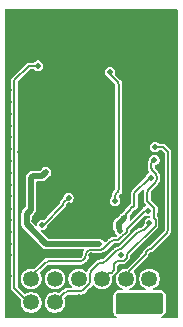
<source format=gbr>
%TF.GenerationSoftware,KiCad,Pcbnew,9.0.4-9.0.4-0~ubuntu22.04.1*%
%TF.CreationDate,2025-08-28T19:05:07+08:00*%
%TF.ProjectId,LoRa-TW,4c6f5261-2d54-4572-9e6b-696361645f70,0.1*%
%TF.SameCoordinates,Original*%
%TF.FileFunction,Copper,L3,Inr*%
%TF.FilePolarity,Positive*%
%FSLAX46Y46*%
G04 Gerber Fmt 4.6, Leading zero omitted, Abs format (unit mm)*
G04 Created by KiCad (PCBNEW 9.0.4-9.0.4-0~ubuntu22.04.1) date 2025-08-28 19:05:07*
%MOMM*%
%LPD*%
G01*
G04 APERTURE LIST*
%TA.AperFunction,ComponentPad*%
%ADD10R,1.350000X1.350000*%
%TD*%
%TA.AperFunction,ComponentPad*%
%ADD11C,1.350000*%
%TD*%
%TA.AperFunction,ViaPad*%
%ADD12C,0.500000*%
%TD*%
%TA.AperFunction,ViaPad*%
%ADD13C,0.480000*%
%TD*%
%TA.AperFunction,Conductor*%
%ADD14C,0.152400*%
%TD*%
%TA.AperFunction,Conductor*%
%ADD15C,0.200000*%
%TD*%
%TA.AperFunction,Conductor*%
%ADD16C,0.263400*%
%TD*%
%TA.AperFunction,Conductor*%
%ADD17C,0.230000*%
%TD*%
%TA.AperFunction,Conductor*%
%ADD18C,0.500000*%
%TD*%
G04 APERTURE END LIST*
D10*
%TO.N,VDD*%
%TO.C,J2*%
X159480000Y-112760000D03*
D11*
%TO.N,Net-(J2-Pin_2)*%
X159480000Y-110760000D03*
%TO.N,VDD*%
X157480000Y-112760000D03*
%TO.N,Net-(J2-Pin_4)*%
X157480000Y-110760000D03*
%TO.N,GND*%
X155480000Y-112760000D03*
%TO.N,Net-(J2-Pin_6)*%
X155480000Y-110760000D03*
%TO.N,GND*%
X153480000Y-112760000D03*
%TO.N,Net-(J2-Pin_8)*%
X153480000Y-110760000D03*
%TO.N,Net-(J2-Pin_9)*%
X151480000Y-112760000D03*
%TO.N,Net-(J2-Pin_10)*%
X151480000Y-110760000D03*
%TO.N,/MCU_ANT_{SW}*%
X149480000Y-112760000D03*
%TO.N,Net-(J2-Pin_12)*%
X149480000Y-110760000D03*
%TD*%
D12*
%TO.N,GND*%
X154450000Y-95950000D03*
X161570000Y-96780000D03*
X147570000Y-96780000D03*
X160550000Y-93980000D03*
X152570000Y-88180000D03*
X147570000Y-113830000D03*
X154270000Y-102830000D03*
X157470000Y-94030000D03*
X157270000Y-88170000D03*
X161000000Y-91890000D03*
X152980000Y-92080000D03*
X152580000Y-108780000D03*
X157090251Y-104979765D03*
X153800000Y-105980000D03*
X159325000Y-88320000D03*
X161580000Y-108780000D03*
X158220000Y-88150000D03*
X154160000Y-92560000D03*
X148580000Y-100820000D03*
X160580000Y-97730000D03*
X154640000Y-93430000D03*
X148580000Y-95580000D03*
X147570000Y-98780000D03*
X150520000Y-89940000D03*
X156090000Y-98620000D03*
X160500000Y-101650000D03*
X148670000Y-104570000D03*
X148670000Y-108780000D03*
X149580000Y-89950000D03*
X148760000Y-107320000D03*
X158280000Y-93030000D03*
X154030000Y-104960000D03*
X151570000Y-108780000D03*
X150610000Y-90950000D03*
X150340000Y-100450000D03*
X150010000Y-95700000D03*
X148990000Y-93800000D03*
X156190000Y-94310000D03*
X153340000Y-92750000D03*
X147570000Y-94780000D03*
X155330000Y-102850000D03*
X161570000Y-101840000D03*
X157110000Y-108780000D03*
X160170000Y-88880000D03*
X154070000Y-88740000D03*
X155540000Y-101000000D03*
X149570000Y-89020000D03*
X153380000Y-98470000D03*
X147570000Y-95770000D03*
X158830000Y-106060000D03*
X154782500Y-103290000D03*
X158370000Y-96510000D03*
X149520000Y-99930000D03*
X156310000Y-94980000D03*
X150215000Y-99545000D03*
X147570000Y-108780000D03*
X156150000Y-113830000D03*
X159420000Y-96480000D03*
X154480000Y-112760000D03*
X149972752Y-94475128D03*
X147570000Y-91790000D03*
X148540000Y-89920000D03*
X161580000Y-95770000D03*
X151741887Y-106517996D03*
X148660000Y-102770000D03*
X158380000Y-97760000D03*
X153400000Y-89440000D03*
X149110000Y-109570000D03*
X154782500Y-102270125D03*
X149580000Y-108780000D03*
X149580000Y-90800000D03*
X154480000Y-113830000D03*
X150030000Y-109220000D03*
X147570000Y-93790000D03*
X153180000Y-97410000D03*
X158100000Y-91040000D03*
X151680000Y-107087600D03*
X151460000Y-106000000D03*
X157460000Y-97370000D03*
X154300000Y-89440000D03*
X154040000Y-103560000D03*
X151610000Y-91030000D03*
X158220000Y-105210000D03*
X150485033Y-104040000D03*
X148530000Y-90800000D03*
X159325000Y-91890000D03*
X154040000Y-95060000D03*
X156530000Y-104840000D03*
X157270000Y-89190000D03*
X159325000Y-88880000D03*
X155880000Y-101540000D03*
X149350000Y-100550000D03*
X156610000Y-90680000D03*
X160510000Y-100200000D03*
X154782500Y-101300000D03*
X161570000Y-102790000D03*
X148600000Y-94610000D03*
X153340000Y-94040000D03*
X152520000Y-92560000D03*
X161570000Y-100770000D03*
X147570000Y-103770000D03*
X149570000Y-88180000D03*
X149800000Y-96540000D03*
X150530000Y-89020000D03*
X160162500Y-88320000D03*
X153768683Y-107087600D03*
X149985165Y-105287015D03*
X158120000Y-89100000D03*
X153520000Y-102980000D03*
X161570000Y-106770000D03*
X153740000Y-97060000D03*
X149990000Y-93920000D03*
X153780000Y-102300000D03*
X147570000Y-110520000D03*
X154290000Y-101790000D03*
X159325000Y-91280000D03*
X155400000Y-94230000D03*
X158490000Y-110150000D03*
X160570000Y-108780000D03*
X155580000Y-108780000D03*
X161000000Y-88320000D03*
X160560000Y-95230000D03*
X150450000Y-111710000D03*
X161610000Y-113830000D03*
X147570000Y-92780000D03*
X150450000Y-113780000D03*
X147570000Y-99780000D03*
X147570000Y-106780000D03*
X152550000Y-113790000D03*
X147570000Y-100780000D03*
X160162500Y-91890000D03*
X156510000Y-91350000D03*
X147570000Y-97780000D03*
X154570000Y-88190000D03*
X161610000Y-110520000D03*
X159420000Y-93030000D03*
X155440000Y-93490000D03*
X153780000Y-97850000D03*
X161570000Y-93030000D03*
X155770000Y-103270000D03*
X155430000Y-88190000D03*
X151960000Y-96950000D03*
X159430000Y-97730000D03*
X156080000Y-97940000D03*
X150510436Y-105492721D03*
X152590000Y-89010000D03*
X149570000Y-93250000D03*
X161570000Y-99780000D03*
X147570000Y-105780000D03*
X148530000Y-91800000D03*
X157270000Y-93030000D03*
X158270000Y-91970000D03*
X148560000Y-88180000D03*
X149240000Y-98580000D03*
X150340000Y-102800000D03*
X147570000Y-102780000D03*
X150570000Y-88180000D03*
X152550000Y-89920000D03*
X151570000Y-88180000D03*
X161000000Y-91280000D03*
X153560000Y-88180000D03*
X152653422Y-104543422D03*
X161580000Y-105790000D03*
X148570000Y-99170000D03*
X157460000Y-98110000D03*
X156290000Y-88180000D03*
X148560000Y-100060000D03*
X148680000Y-103610000D03*
X150570000Y-108780000D03*
X147580000Y-89930000D03*
X153510000Y-94770000D03*
X156650000Y-91940000D03*
X155600000Y-95040000D03*
X156370000Y-111780000D03*
X149480000Y-91740000D03*
X154660000Y-90870000D03*
X148470000Y-92740000D03*
X154480000Y-111800000D03*
X156850000Y-92510000D03*
X147570000Y-90780000D03*
X151198231Y-104025341D03*
X148580000Y-98160000D03*
X151540000Y-89940000D03*
X151220000Y-93980000D03*
X147570000Y-112080000D03*
X150990000Y-102700000D03*
X149340000Y-99330000D03*
X155670000Y-95920000D03*
X156330000Y-95900000D03*
X147570000Y-107820000D03*
X159650000Y-108720000D03*
X148580000Y-96430000D03*
X161570000Y-104780000D03*
X147570000Y-101780000D03*
X149960000Y-95100000D03*
X150410557Y-104768432D03*
X152760000Y-96790000D03*
X148590000Y-106670000D03*
X161580000Y-97770000D03*
X157480000Y-95280000D03*
X157270000Y-91020000D03*
X147570000Y-104820000D03*
X152300000Y-96100000D03*
X153410000Y-95570000D03*
X151960000Y-93860000D03*
X160270000Y-98880000D03*
X161570000Y-103770000D03*
X147570000Y-88970000D03*
X159410000Y-95230000D03*
X149480000Y-97410000D03*
X149739000Y-105845538D03*
X161610000Y-112080000D03*
X153560000Y-108780000D03*
X161570000Y-107800000D03*
X148580000Y-97310000D03*
X149180000Y-101370000D03*
X156160000Y-99384413D03*
X158350000Y-94010000D03*
X154020000Y-101220000D03*
X153480000Y-101540000D03*
X155750000Y-102280000D03*
X155300000Y-101790000D03*
X152170000Y-90490000D03*
X160570000Y-96480000D03*
X151550000Y-89020000D03*
X147570000Y-88190000D03*
X156790000Y-89500000D03*
X159400000Y-93980000D03*
X161580000Y-94030000D03*
X160570000Y-93030000D03*
X153950000Y-96430000D03*
X150080000Y-92010000D03*
X150950000Y-109810000D03*
X157270000Y-91930000D03*
X150640000Y-93800000D03*
X153200000Y-96200000D03*
X160162500Y-91280000D03*
X160610000Y-107900000D03*
X158360000Y-95260000D03*
X148530000Y-88990000D03*
X161580000Y-94860000D03*
X155880000Y-97030000D03*
X157490000Y-96530000D03*
X161580000Y-98780000D03*
X154570000Y-108780000D03*
X148680000Y-101950000D03*
X153710000Y-92080000D03*
X161000000Y-88880000D03*
%TO.N,VDD*%
X149580000Y-102060000D03*
X159570000Y-102210000D03*
X158403354Y-112178315D03*
X156890000Y-106000000D03*
X156980000Y-106680000D03*
X158460000Y-112760000D03*
X160390000Y-113500000D03*
X154602433Y-107811400D03*
X155230000Y-107811400D03*
X158460000Y-113410003D03*
X150690000Y-101750000D03*
X156890000Y-113490000D03*
X150200000Y-102060000D03*
X154010000Y-107800000D03*
X157364189Y-105571867D03*
X160400000Y-112220000D03*
%TO.N,/DIO2_ANT_{SW}*%
X156570000Y-104180000D03*
X156130000Y-93240000D03*
D13*
%TO.N,/DIO3_CLK_{EN}*%
X150390000Y-106180000D03*
X152630000Y-103890000D03*
D12*
%TO.N,/MCU_ANT_{SW}*%
X150040000Y-92720000D03*
%TO.N,Net-(J2-Pin_6)*%
X159900000Y-100710000D03*
D13*
%TO.N,Net-(J2-Pin_12)*%
X159313422Y-104986578D03*
%TO.N,Net-(J2-Pin_9)*%
X159480000Y-106040000D03*
D12*
%TO.N,Net-(J2-Pin_4)*%
X159940000Y-99590000D03*
%TD*%
D14*
%TO.N,GND*%
X157395302Y-109565400D02*
X157435324Y-109565400D01*
X157435324Y-109565400D02*
X157895400Y-109105323D01*
X157110000Y-108780000D02*
X157110000Y-108743768D01*
D15*
X158710723Y-106060000D02*
X158710723Y-106099277D01*
D14*
X160706666Y-101856666D02*
X160706666Y-106653334D01*
X159425400Y-107934600D02*
X159324677Y-107934600D01*
X160305800Y-101650000D02*
X160500000Y-101650000D01*
D16*
X155580000Y-108780000D02*
X155640000Y-108780000D01*
D14*
X160415800Y-101863333D02*
X160305800Y-101753334D01*
X156384600Y-110576102D02*
X157395302Y-109565400D01*
X160415800Y-103056666D02*
X160415800Y-101863333D01*
D15*
X158710723Y-106099277D02*
X156830000Y-107980000D01*
D14*
X158830000Y-106060000D02*
X158710723Y-106060000D01*
X160500000Y-101650000D02*
X160738900Y-101888900D01*
X160305800Y-103166667D02*
X160415800Y-103056666D01*
X160305800Y-106366666D02*
X160305800Y-103166667D01*
D16*
X155640000Y-108780000D02*
X156380000Y-108040000D01*
D14*
X158553767Y-108843767D02*
X157542133Y-109855400D01*
X157895400Y-108823300D02*
X160296800Y-106421901D01*
X160296800Y-106421901D02*
X160296800Y-106375667D01*
D15*
X156830000Y-107980000D02*
X156790723Y-107980000D01*
D14*
X160296800Y-106375667D02*
X160305800Y-106366666D01*
X157895400Y-109105323D02*
X157895400Y-108823300D01*
X160305800Y-101753334D02*
X160305800Y-101650000D01*
X156380000Y-107980000D02*
X156790723Y-107980000D01*
X160706666Y-106653334D02*
X159425400Y-107934600D01*
X156370000Y-111780000D02*
X156384600Y-111765400D01*
D17*
X157110000Y-108780000D02*
X157110000Y-108688896D01*
D14*
X157542133Y-109855400D02*
X157105302Y-109855400D01*
X157105302Y-109855400D02*
X156995351Y-109965351D01*
X160500000Y-101650000D02*
X160706666Y-101856666D01*
X158553767Y-108705510D02*
X158553767Y-108843767D01*
X159324677Y-107934600D02*
X158553767Y-108705510D01*
X156384600Y-111765400D02*
X156384600Y-110576102D01*
D18*
%TO.N,VDD*%
X150380000Y-102060000D02*
X150690000Y-101750000D01*
X149440000Y-102200000D02*
X149580000Y-102060000D01*
X149086600Y-105232185D02*
X149430000Y-104888785D01*
X149430000Y-104888785D02*
X149430000Y-104880000D01*
D15*
X157520000Y-105416056D02*
X157520000Y-105240000D01*
D18*
X150745952Y-107800000D02*
X149086600Y-106140648D01*
X157364189Y-105635811D02*
X156880000Y-106120000D01*
X149438785Y-104880000D02*
X149440000Y-104878785D01*
D15*
X158204261Y-104555739D02*
X158204261Y-103505739D01*
D18*
X155230000Y-107811400D02*
X155218600Y-107800000D01*
D15*
X157716600Y-105043400D02*
X157716600Y-105001484D01*
D18*
X155218600Y-107800000D02*
X150745952Y-107800000D01*
X156880000Y-106010000D02*
X156890000Y-106000000D01*
D15*
X158011484Y-104706600D02*
X158053400Y-104706600D01*
D18*
X149086600Y-106140648D02*
X149086600Y-105232185D01*
D15*
X157716600Y-105001484D02*
X158011484Y-104706600D01*
X158053400Y-104706600D02*
X158204261Y-104555739D01*
D14*
X150270000Y-102060000D02*
X150380000Y-102060000D01*
D18*
X157364189Y-105571867D02*
X157364189Y-105635811D01*
D15*
X157364189Y-105571867D02*
X157520000Y-105416056D01*
X158204261Y-103505739D02*
X159500000Y-102210000D01*
D18*
X149430000Y-104880000D02*
X149438785Y-104880000D01*
X156880000Y-106470000D02*
X156880000Y-106010000D01*
X149440000Y-104878785D02*
X149440000Y-102200000D01*
D15*
X157520000Y-105240000D02*
X157716600Y-105043400D01*
X159500000Y-102210000D02*
X159570000Y-102210000D01*
D18*
X150200000Y-102060000D02*
X149580000Y-102060000D01*
D15*
%TO.N,/DIO2_ANT_{SW}*%
X156890000Y-103160000D02*
X156890000Y-94360000D01*
X156570000Y-103780000D02*
X156570000Y-104180000D01*
X156676065Y-103523933D02*
X156783933Y-103416066D01*
X156783933Y-94103933D02*
X156130000Y-93450000D01*
X156130000Y-93320000D02*
X156130000Y-93450000D01*
X156890000Y-103160000D02*
G75*
G02*
X156783927Y-103416060I-362100J0D01*
G01*
X156676065Y-103523933D02*
G75*
G03*
X156569989Y-103780000I256035J-256067D01*
G01*
X156890000Y-94360000D02*
G75*
G03*
X156783926Y-94103939I-362100J0D01*
G01*
D14*
%TO.N,/DIO3_CLK_{EN}*%
X150520000Y-106160000D02*
X150300000Y-106160000D01*
X152155000Y-104365000D02*
X152155000Y-104525000D01*
X152630000Y-103890000D02*
X152155000Y-104365000D01*
X152155000Y-104525000D02*
X150520000Y-106160000D01*
%TO.N,/MCU_ANT_{SW}*%
X149290000Y-92720000D02*
X148050000Y-93960000D01*
X148050000Y-93960000D02*
X148050000Y-111540000D01*
X148050000Y-111540000D02*
X149290000Y-112780000D01*
X150040000Y-92720000D02*
X149290000Y-92720000D01*
X149290000Y-112780000D02*
X149100000Y-112590000D01*
%TO.N,Net-(J2-Pin_6)*%
X159900000Y-104730000D02*
X159305000Y-104135000D01*
X159305000Y-104135000D02*
X159305000Y-103395000D01*
X157308657Y-109259600D02*
X157589600Y-108978657D01*
X156495000Y-110005000D02*
X156495000Y-109505000D01*
X159991000Y-106295235D02*
X159991000Y-105761000D01*
X156495000Y-109505000D02*
X156740400Y-109259600D01*
X159756066Y-101636066D02*
X160003933Y-101883933D01*
X159830000Y-105600000D02*
X159830000Y-105148257D01*
X159991000Y-105761000D02*
X159830000Y-105600000D01*
X159830000Y-105148257D02*
X159900000Y-105078257D01*
X157589600Y-108978657D02*
X157589600Y-108696634D01*
X160110000Y-102140000D02*
X160110000Y-102290000D01*
X157589600Y-108696634D02*
X159991000Y-106295235D01*
X156410000Y-110090000D02*
X156265882Y-110234118D01*
X156265882Y-110234118D02*
X156005882Y-110234118D01*
X156420000Y-110080000D02*
X156495000Y-110005000D01*
X160003933Y-102546065D02*
X159411066Y-103138933D01*
X155560000Y-110440000D02*
X155560000Y-110680000D01*
X159770000Y-100710000D02*
X159900000Y-100710000D01*
X156005882Y-110234118D02*
X155480000Y-110760000D01*
X159900000Y-105078257D02*
X159900000Y-104730000D01*
X156740400Y-109259600D02*
X157308657Y-109259600D01*
X159650000Y-100980000D02*
X159650000Y-101380000D01*
X159756066Y-100723933D02*
X159770000Y-100710000D01*
X159650000Y-100980000D02*
G75*
G02*
X159756073Y-100723940I362100J0D01*
G01*
X160003933Y-102546065D02*
G75*
G03*
X160110008Y-102290000I-256033J256065D01*
G01*
X159756066Y-101636066D02*
G75*
G02*
X159649991Y-101380000I256034J256066D01*
G01*
X160110000Y-102140000D02*
G75*
G03*
X160003926Y-101883939I-362100J0D01*
G01*
X159305000Y-103395000D02*
G75*
G02*
X159411073Y-103138940I362100J0D01*
G01*
%TO.N,Net-(J2-Pin_12)*%
X149480000Y-110544863D02*
X149480000Y-110760000D01*
X157178657Y-107159600D02*
X157160400Y-107159600D01*
X155360000Y-108290000D02*
X154531743Y-108290000D01*
X150638796Y-109386066D02*
X149480000Y-110544863D01*
X157459600Y-106878657D02*
X157178657Y-107159600D01*
X157560000Y-106760000D02*
X157459600Y-106860400D01*
X159143422Y-104986578D02*
X157560000Y-106570000D01*
X157459600Y-106860400D02*
X157459600Y-106878657D01*
X154090400Y-108731343D02*
X154090400Y-108777857D01*
X156831527Y-107488473D02*
X156461527Y-107488473D01*
X153844322Y-109173933D02*
X153984333Y-109033923D01*
X157160400Y-107159600D02*
X156831527Y-107488473D01*
X159313422Y-104986578D02*
X159143422Y-104986578D01*
X150894863Y-109280000D02*
X153588257Y-109280000D01*
X156205460Y-107594538D02*
X155616066Y-108183933D01*
X154196465Y-108475276D02*
X154275676Y-108396066D01*
X157560000Y-106570000D02*
X157560000Y-106760000D01*
X156205460Y-107594538D02*
G75*
G02*
X156461527Y-107488489I256040J-256062D01*
G01*
X153844322Y-109173933D02*
G75*
G02*
X153588257Y-109279978I-256022J256033D01*
G01*
X154090400Y-108777857D02*
G75*
G02*
X153984348Y-109033938I-362100J-43D01*
G01*
X155360000Y-108290000D02*
G75*
G03*
X155616060Y-108183927I0J362100D01*
G01*
X150894863Y-109280000D02*
G75*
G03*
X150638822Y-109386092I37J-362100D01*
G01*
X154275676Y-108396066D02*
G75*
G02*
X154531743Y-108290020I256024J-256034D01*
G01*
X154090400Y-108731343D02*
G75*
G02*
X154196451Y-108475262I362100J43D01*
G01*
%TO.N,Net-(J2-Pin_9)*%
X155370000Y-109380000D02*
X155508257Y-109380000D01*
X154480000Y-110956615D02*
X154480000Y-110270000D01*
X154586065Y-110013933D02*
X155113933Y-109486066D01*
X158720000Y-106730000D02*
X158727978Y-106730000D01*
X157096465Y-108203533D02*
X158463933Y-106836066D01*
X153884880Y-111701733D02*
X154373933Y-111212681D01*
X158984044Y-106623933D02*
X159511400Y-106096578D01*
X152582200Y-111807800D02*
X153628815Y-111807800D01*
X155764322Y-109273933D02*
X156622591Y-108415665D01*
X152326133Y-111913866D02*
X151480000Y-112760000D01*
X158984044Y-106623933D02*
G75*
G02*
X158727977Y-106729993I-256044J256033D01*
G01*
X158720000Y-106730000D02*
G75*
G03*
X158463940Y-106836073I0J-362100D01*
G01*
X155764322Y-109273933D02*
G75*
G02*
X155508257Y-109379978I-256022J256033D01*
G01*
X155370000Y-109380000D02*
G75*
G03*
X155113940Y-109486073I0J-362100D01*
G01*
X157096465Y-108203533D02*
G75*
G02*
X156840399Y-108309608I-256065J256033D01*
G01*
X152582200Y-111807800D02*
G75*
G03*
X152326140Y-111913873I0J-362100D01*
G01*
X154586065Y-110013933D02*
G75*
G03*
X154479989Y-110270000I256035J-256067D01*
G01*
X153884880Y-111701733D02*
G75*
G02*
X153628815Y-111807819I-256080J256033D01*
G01*
X156878658Y-108309600D02*
G75*
G03*
X156622620Y-108415694I42J-362100D01*
G01*
X154480000Y-110956615D02*
G75*
G02*
X154373919Y-111212667I-362100J15D01*
G01*
%TO.N,Net-(J2-Pin_4)*%
X161050000Y-106630000D02*
X161050000Y-100040000D01*
X159451343Y-108240400D02*
X159170400Y-108521343D01*
X160600000Y-99590000D02*
X159940000Y-99590000D01*
X159170400Y-108521343D02*
X159170400Y-108659600D01*
X159170400Y-108659600D02*
X157750000Y-110080000D01*
X157750000Y-110490000D02*
X157480000Y-110760000D01*
X161050000Y-100040000D02*
X160600000Y-99590000D01*
X159589600Y-108240400D02*
X159451343Y-108240400D01*
X157750000Y-110080000D02*
X157750000Y-110490000D01*
X160943933Y-106886066D02*
X159589600Y-108240400D01*
X161050000Y-106630000D02*
G75*
G02*
X160943927Y-106886060I-362100J0D01*
G01*
%TD*%
%TA.AperFunction,Conductor*%
%TO.N,GND*%
G36*
X161842638Y-87918093D02*
G01*
X161868358Y-87962642D01*
X161869500Y-87975700D01*
X161869500Y-114024300D01*
X161851907Y-114072638D01*
X161807358Y-114098358D01*
X161794300Y-114099500D01*
X160552956Y-114099500D01*
X160504618Y-114081907D01*
X160478898Y-114037358D01*
X160487831Y-113986700D01*
X160524620Y-113955474D01*
X160524434Y-113955100D01*
X160525953Y-113954343D01*
X160526442Y-113953929D01*
X160527852Y-113953397D01*
X160527860Y-113953395D01*
X160573908Y-113930468D01*
X160631303Y-113888047D01*
X160638894Y-113880055D01*
X160655816Y-113866722D01*
X160666613Y-113860489D01*
X160750489Y-113776613D01*
X160766672Y-113748582D01*
X160777292Y-113734375D01*
X160778307Y-113733307D01*
X160782582Y-113728666D01*
X160785669Y-113725210D01*
X160825515Y-113658595D01*
X160843108Y-113610257D01*
X160855500Y-113539974D01*
X160855500Y-112129822D01*
X160855417Y-112123969D01*
X160855295Y-112119687D01*
X160838669Y-112044372D01*
X160818351Y-111997114D01*
X160779205Y-111937439D01*
X160661913Y-111812817D01*
X160661901Y-111812804D01*
X160653407Y-111804295D01*
X160653406Y-111804294D01*
X160653391Y-111804279D01*
X160646969Y-111798212D01*
X160576129Y-111754485D01*
X160576128Y-111754484D01*
X160576124Y-111754482D01*
X160527793Y-111736892D01*
X160457508Y-111724500D01*
X159817340Y-111724500D01*
X159769002Y-111706907D01*
X159743282Y-111662358D01*
X159752215Y-111611700D01*
X159788562Y-111579824D01*
X159806683Y-111572317D01*
X159894705Y-111535858D01*
X160038099Y-111440045D01*
X160160045Y-111318099D01*
X160255858Y-111174705D01*
X160321855Y-111015374D01*
X160355500Y-110846229D01*
X160355500Y-110673771D01*
X160321855Y-110504626D01*
X160255858Y-110345295D01*
X160160045Y-110201901D01*
X160160042Y-110201898D01*
X160160040Y-110201895D01*
X160038104Y-110079959D01*
X160038101Y-110079957D01*
X160038100Y-110079956D01*
X160038099Y-110079955D01*
X159894705Y-109984142D01*
X159894703Y-109984141D01*
X159735377Y-109918146D01*
X159735376Y-109918145D01*
X159566230Y-109884500D01*
X159566229Y-109884500D01*
X159393771Y-109884500D01*
X159393770Y-109884500D01*
X159224623Y-109918145D01*
X159224622Y-109918146D01*
X159065296Y-109984141D01*
X158921898Y-110079957D01*
X158921895Y-110079959D01*
X158799959Y-110201895D01*
X158799957Y-110201898D01*
X158704141Y-110345296D01*
X158638146Y-110504622D01*
X158638145Y-110504623D01*
X158604500Y-110673770D01*
X158604500Y-110846229D01*
X158638145Y-111015376D01*
X158638146Y-111015377D01*
X158704142Y-111174705D01*
X158799955Y-111318099D01*
X158799957Y-111318101D01*
X158799959Y-111318104D01*
X158921895Y-111440040D01*
X158921898Y-111440042D01*
X158921901Y-111440045D01*
X159065295Y-111535858D01*
X159140480Y-111567000D01*
X159171438Y-111579824D01*
X159209363Y-111614577D01*
X159216077Y-111665576D01*
X159188439Y-111708960D01*
X159142660Y-111724500D01*
X157817340Y-111724500D01*
X157769002Y-111706907D01*
X157743282Y-111662358D01*
X157752215Y-111611700D01*
X157788562Y-111579824D01*
X157806683Y-111572317D01*
X157894705Y-111535858D01*
X158038099Y-111440045D01*
X158160045Y-111318099D01*
X158255858Y-111174705D01*
X158321855Y-111015374D01*
X158355500Y-110846229D01*
X158355500Y-110673771D01*
X158321855Y-110504626D01*
X158255858Y-110345295D01*
X158160045Y-110201901D01*
X158160042Y-110201898D01*
X158160040Y-110201895D01*
X158142902Y-110184757D01*
X158121162Y-110138137D01*
X158134476Y-110088450D01*
X158142896Y-110078415D01*
X159391815Y-108829498D01*
X159428244Y-108766403D01*
X159447100Y-108696028D01*
X159447100Y-108667104D01*
X159452715Y-108651676D01*
X159454146Y-108635323D01*
X159463560Y-108621878D01*
X159464693Y-108618766D01*
X159469126Y-108613930D01*
X159543930Y-108539126D01*
X159590550Y-108517386D01*
X159597104Y-108517100D01*
X159626027Y-108517100D01*
X159626028Y-108517100D01*
X159696403Y-108498244D01*
X159759498Y-108461815D01*
X161165348Y-107055964D01*
X161168918Y-107052394D01*
X161168980Y-107052321D01*
X161184065Y-107037239D01*
X161253985Y-106932608D01*
X161302147Y-106816346D01*
X161326700Y-106692921D01*
X161326700Y-106630000D01*
X161326700Y-106581210D01*
X161326700Y-100003572D01*
X161307844Y-99933197D01*
X161271415Y-99870102D01*
X160769898Y-99368585D01*
X160706803Y-99332156D01*
X160706800Y-99332155D01*
X160706801Y-99332155D01*
X160662183Y-99320200D01*
X160636428Y-99313300D01*
X160636427Y-99313300D01*
X160331550Y-99313300D01*
X160283212Y-99295707D01*
X160278386Y-99291284D01*
X160216613Y-99229511D01*
X160216612Y-99229510D01*
X160216611Y-99229509D01*
X160113886Y-99170201D01*
X159999309Y-99139500D01*
X159880691Y-99139500D01*
X159766114Y-99170201D01*
X159766112Y-99170201D01*
X159663386Y-99229510D01*
X159579510Y-99313386D01*
X159520201Y-99416112D01*
X159520201Y-99416114D01*
X159489500Y-99530691D01*
X159489500Y-99649309D01*
X159520201Y-99763885D01*
X159520201Y-99763887D01*
X159579510Y-99866613D01*
X159663386Y-99950489D01*
X159722696Y-99984731D01*
X159766114Y-100009799D01*
X159880691Y-100040500D01*
X159880694Y-100040500D01*
X159999306Y-100040500D01*
X159999309Y-100040500D01*
X160113886Y-100009799D01*
X160216613Y-99950489D01*
X160278376Y-99888725D01*
X160293254Y-99881787D01*
X160305830Y-99871235D01*
X160321995Y-99868384D01*
X160324995Y-99866986D01*
X160331550Y-99866700D01*
X160454239Y-99866700D01*
X160502577Y-99884293D01*
X160507413Y-99888726D01*
X160751274Y-100132587D01*
X160773014Y-100179207D01*
X160773300Y-100185761D01*
X160773300Y-106625069D01*
X160772656Y-106634890D01*
X160771681Y-106642292D01*
X160766598Y-106661255D01*
X160765643Y-106663560D01*
X160755825Y-106680562D01*
X160751246Y-106686528D01*
X160744763Y-106693919D01*
X160709923Y-106728755D01*
X160709886Y-106728798D01*
X159497013Y-107941674D01*
X159450393Y-107963414D01*
X159443839Y-107963700D01*
X159414915Y-107963700D01*
X159396060Y-107968752D01*
X159344542Y-107982555D01*
X159344533Y-107982559D01*
X159291269Y-108013311D01*
X159291270Y-108013312D01*
X159281444Y-108018985D01*
X158948986Y-108351443D01*
X158912556Y-108414540D01*
X158902846Y-108450781D01*
X158893700Y-108484916D01*
X158893700Y-108513839D01*
X158876107Y-108562177D01*
X158871674Y-108567013D01*
X157576213Y-109862474D01*
X157529593Y-109884214D01*
X157523039Y-109884500D01*
X157393770Y-109884500D01*
X157224623Y-109918145D01*
X157224622Y-109918146D01*
X157065296Y-109984141D01*
X156921899Y-110079956D01*
X156899731Y-110102124D01*
X156853111Y-110123862D01*
X156803424Y-110110547D01*
X156773920Y-110068410D01*
X156772479Y-110046357D01*
X156771700Y-110046357D01*
X156771700Y-109650761D01*
X156777315Y-109635333D01*
X156778746Y-109618980D01*
X156788160Y-109605535D01*
X156789293Y-109602423D01*
X156793726Y-109597587D01*
X156832987Y-109558326D01*
X156879607Y-109536586D01*
X156886161Y-109536300D01*
X157345084Y-109536300D01*
X157345085Y-109536300D01*
X157415460Y-109517444D01*
X157478555Y-109481015D01*
X157811015Y-109148555D01*
X157837147Y-109103293D01*
X157847444Y-109085459D01*
X157866300Y-109015085D01*
X157866300Y-108842395D01*
X157883893Y-108794057D01*
X157888326Y-108789221D01*
X159032386Y-107645161D01*
X160212415Y-106465133D01*
X160248844Y-106402038D01*
X160267700Y-106331663D01*
X160267700Y-106258807D01*
X160267700Y-105724572D01*
X160248844Y-105654198D01*
X160212415Y-105591102D01*
X160160898Y-105539585D01*
X160128726Y-105507413D01*
X160106986Y-105460793D01*
X160106700Y-105454239D01*
X160106700Y-105292858D01*
X160120185Y-105253136D01*
X160118950Y-105252423D01*
X160121412Y-105248157D01*
X160121415Y-105248155D01*
X160157844Y-105185060D01*
X160176700Y-105114685D01*
X160176700Y-105041829D01*
X160176700Y-104693572D01*
X160170847Y-104671727D01*
X160157844Y-104623197D01*
X160121415Y-104560102D01*
X159603726Y-104042413D01*
X159581986Y-103995793D01*
X159581700Y-103989239D01*
X159581700Y-103399930D01*
X159582343Y-103390119D01*
X159583317Y-103382717D01*
X159588401Y-103363744D01*
X159589356Y-103361439D01*
X159599166Y-103344447D01*
X159603781Y-103338434D01*
X159610245Y-103331064D01*
X159620090Y-103321221D01*
X159641211Y-103300104D01*
X159641211Y-103300102D01*
X159647387Y-103293928D01*
X159647401Y-103293909D01*
X160225348Y-102715963D01*
X160225349Y-102715960D01*
X160229166Y-102712144D01*
X160229223Y-102712077D01*
X160244065Y-102697238D01*
X160313985Y-102592607D01*
X160362146Y-102476345D01*
X160386699Y-102352921D01*
X160386699Y-102332496D01*
X160386700Y-102332483D01*
X160386700Y-102171159D01*
X160386710Y-102171131D01*
X160386710Y-102077076D01*
X160376571Y-102026113D01*
X160362156Y-101953650D01*
X160334179Y-101886115D01*
X160313995Y-101837390D01*
X160313994Y-101837388D01*
X160313993Y-101837386D01*
X160244072Y-101732753D01*
X160199576Y-101688262D01*
X160192675Y-101681362D01*
X160192675Y-101681361D01*
X160192671Y-101681358D01*
X159991120Y-101479807D01*
X159986216Y-101474903D01*
X159986212Y-101474894D01*
X159955189Y-101443875D01*
X159948710Y-101436487D01*
X159944159Y-101430558D01*
X159934345Y-101413559D01*
X159933389Y-101411251D01*
X159928309Y-101392291D01*
X159927342Y-101384948D01*
X159926700Y-101375141D01*
X159926700Y-101226940D01*
X159944293Y-101178602D01*
X159982434Y-101154303D01*
X160073886Y-101129799D01*
X160176613Y-101070489D01*
X160260489Y-100986613D01*
X160319799Y-100883886D01*
X160350500Y-100769309D01*
X160350500Y-100650691D01*
X160319799Y-100536114D01*
X160319798Y-100536112D01*
X160260489Y-100433386D01*
X160176613Y-100349510D01*
X160073886Y-100290201D01*
X159959309Y-100259500D01*
X159840691Y-100259500D01*
X159726114Y-100290201D01*
X159726112Y-100290201D01*
X159623386Y-100349510D01*
X159539510Y-100433386D01*
X159480201Y-100536112D01*
X159480201Y-100536114D01*
X159449500Y-100650691D01*
X159449500Y-100650693D01*
X159449500Y-100654020D01*
X159443775Y-100682800D01*
X159397853Y-100793652D01*
X159397853Y-100793653D01*
X159397853Y-100793654D01*
X159373300Y-100917079D01*
X159373300Y-100943572D01*
X159373300Y-101331207D01*
X159373299Y-101331210D01*
X159373299Y-101348846D01*
X159373291Y-101348867D01*
X159373291Y-101442922D01*
X159397844Y-101566348D01*
X159397844Y-101566349D01*
X159447421Y-101686026D01*
X159446119Y-101686565D01*
X159452665Y-101732382D01*
X159425505Y-101776067D01*
X159398537Y-101789551D01*
X159396121Y-101790198D01*
X159396112Y-101790201D01*
X159293386Y-101849510D01*
X159209510Y-101933386D01*
X159150201Y-102036112D01*
X159150201Y-102036114D01*
X159119284Y-102151497D01*
X159099820Y-102185208D01*
X158358447Y-102926582D01*
X158019750Y-103265279D01*
X157991775Y-103293253D01*
X157963801Y-103321227D01*
X157963800Y-103321229D01*
X157924240Y-103389748D01*
X157924141Y-103390119D01*
X157903777Y-103466120D01*
X157903761Y-103466178D01*
X157903761Y-104378390D01*
X157886168Y-104426728D01*
X157866161Y-104443514D01*
X157837260Y-104460201D01*
X157837259Y-104460200D01*
X157826974Y-104466139D01*
X157826972Y-104466140D01*
X157752624Y-104540489D01*
X157532089Y-104761024D01*
X157504114Y-104788998D01*
X157476140Y-104816972D01*
X157476139Y-104816974D01*
X157436578Y-104885495D01*
X157434692Y-104890050D01*
X157433651Y-104889619D01*
X157433039Y-104890680D01*
X157432570Y-104896044D01*
X157417590Y-104917438D01*
X157335489Y-104999540D01*
X157335487Y-104999540D01*
X157279543Y-105055484D01*
X157279541Y-105055487D01*
X157245481Y-105114480D01*
X157206075Y-105147544D01*
X157199825Y-105149515D01*
X157190310Y-105152065D01*
X157190301Y-105152068D01*
X157087575Y-105211377D01*
X157003699Y-105295253D01*
X156944390Y-105397979D01*
X156944387Y-105397987D01*
X156942091Y-105406558D01*
X156938077Y-105413509D01*
X156937608Y-105418874D01*
X156922628Y-105440267D01*
X156821315Y-105541580D01*
X156787605Y-105561043D01*
X156740327Y-105573712D01*
X156716118Y-105580198D01*
X156716111Y-105580201D01*
X156613385Y-105639510D01*
X156519510Y-105733385D01*
X156460201Y-105836111D01*
X156460201Y-105836113D01*
X156455974Y-105851888D01*
X156429500Y-105950691D01*
X156429500Y-106529309D01*
X156457791Y-106634890D01*
X156460201Y-106643885D01*
X156460201Y-106643887D01*
X156519508Y-106746609D01*
X156519509Y-106746610D01*
X156519511Y-106746613D01*
X156521578Y-106748680D01*
X156541043Y-106782391D01*
X156544805Y-106796428D01*
X156560200Y-106853883D01*
X156560201Y-106853887D01*
X156619510Y-106956613D01*
X156703388Y-107040491D01*
X156735678Y-107059133D01*
X156737887Y-107061766D01*
X156741209Y-107062656D01*
X156754191Y-107081195D01*
X156768744Y-107098537D01*
X156768744Y-107101975D01*
X156770716Y-107104792D01*
X156768744Y-107127343D01*
X156768744Y-107149977D01*
X156766449Y-107153578D01*
X156766235Y-107156036D01*
X156751256Y-107177430D01*
X156738942Y-107189745D01*
X156692322Y-107211487D01*
X156685765Y-107211773D01*
X156477811Y-107211773D01*
X156430561Y-107211770D01*
X156430494Y-107211773D01*
X156425099Y-107211773D01*
X156425073Y-107211779D01*
X156420226Y-107211786D01*
X156420211Y-107211780D01*
X156420128Y-107211786D01*
X156398632Y-107211785D01*
X156398628Y-107211785D01*
X156398627Y-107211785D01*
X156398625Y-107211785D01*
X156275209Y-107236325D01*
X156275201Y-107236327D01*
X156158943Y-107284475D01*
X156158938Y-107284478D01*
X156054311Y-107354380D01*
X156054307Y-107354384D01*
X156038838Y-107369851D01*
X156035570Y-107373117D01*
X156035562Y-107373123D01*
X156015616Y-107393068D01*
X156009811Y-107398873D01*
X156009812Y-107398873D01*
X155972064Y-107436616D01*
X155972041Y-107436642D01*
X155763523Y-107645161D01*
X155716902Y-107666901D01*
X155667215Y-107653587D01*
X155645223Y-107629587D01*
X155590489Y-107534785D01*
X155495214Y-107439510D01*
X155392488Y-107380201D01*
X155379279Y-107376662D01*
X155366071Y-107373123D01*
X155366070Y-107373122D01*
X155324048Y-107361863D01*
X155277909Y-107349500D01*
X155277906Y-107349500D01*
X150963703Y-107349500D01*
X150915365Y-107331907D01*
X150910529Y-107327474D01*
X150331929Y-106748874D01*
X150310189Y-106702254D01*
X150323503Y-106652567D01*
X150365640Y-106623062D01*
X150385103Y-106620500D01*
X150447990Y-106620500D01*
X150447993Y-106620500D01*
X150560027Y-106590481D01*
X150660473Y-106532488D01*
X150742488Y-106450473D01*
X150800481Y-106350027D01*
X150824252Y-106261305D01*
X150843714Y-106227597D01*
X152376415Y-104694898D01*
X152412844Y-104631803D01*
X152431700Y-104561428D01*
X152431700Y-104510761D01*
X152437315Y-104495333D01*
X152438746Y-104478980D01*
X152448160Y-104465535D01*
X152449293Y-104462423D01*
X152453726Y-104457587D01*
X152558787Y-104352526D01*
X152605407Y-104330786D01*
X152611961Y-104330500D01*
X152687990Y-104330500D01*
X152687993Y-104330500D01*
X152800027Y-104300481D01*
X152900473Y-104242488D01*
X152982488Y-104160473D01*
X153040481Y-104060027D01*
X153070500Y-103947993D01*
X153070500Y-103832007D01*
X153040481Y-103719973D01*
X153030555Y-103702780D01*
X152982488Y-103619526D01*
X152900473Y-103537511D01*
X152800027Y-103479519D01*
X152778989Y-103473882D01*
X152687993Y-103449500D01*
X152572007Y-103449500D01*
X152459973Y-103479519D01*
X152459971Y-103479519D01*
X152359526Y-103537511D01*
X152277511Y-103619526D01*
X152219519Y-103719971D01*
X152219519Y-103719973D01*
X152189500Y-103832007D01*
X152189500Y-103832009D01*
X152189500Y-103908039D01*
X152171907Y-103956377D01*
X152167474Y-103961213D01*
X151933585Y-104195101D01*
X151933583Y-104195103D01*
X151897156Y-104258194D01*
X151896804Y-104259509D01*
X151896803Y-104259515D01*
X151878300Y-104328572D01*
X151878300Y-104384765D01*
X151877493Y-104390228D01*
X151867727Y-104408285D01*
X151860707Y-104427576D01*
X151856274Y-104432412D01*
X150558502Y-105730183D01*
X150511882Y-105751923D01*
X150485867Y-105749647D01*
X150447993Y-105739500D01*
X150332007Y-105739500D01*
X150219973Y-105769519D01*
X150219971Y-105769519D01*
X150119526Y-105827511D01*
X150037511Y-105909526D01*
X149979519Y-106009971D01*
X149979519Y-106009973D01*
X149949500Y-106122007D01*
X149949500Y-106122009D01*
X149949500Y-106184897D01*
X149931907Y-106233235D01*
X149887358Y-106258955D01*
X149836700Y-106250022D01*
X149821126Y-106238071D01*
X149559126Y-105976071D01*
X149537386Y-105929451D01*
X149537100Y-105922897D01*
X149537100Y-105449936D01*
X149554693Y-105401598D01*
X149559126Y-105396762D01*
X149663030Y-105292858D01*
X149790489Y-105165399D01*
X149790490Y-105165398D01*
X149800489Y-105155399D01*
X149854025Y-105062671D01*
X149859799Y-105052671D01*
X149890500Y-104938094D01*
X149890500Y-102585700D01*
X149908093Y-102537362D01*
X149952642Y-102511642D01*
X149965700Y-102510500D01*
X150259310Y-102510500D01*
X150266777Y-102508498D01*
X150270533Y-102507491D01*
X150309465Y-102507491D01*
X150320690Y-102510499D01*
X150320691Y-102510499D01*
X150439308Y-102510499D01*
X150439309Y-102510499D01*
X150553887Y-102479799D01*
X150559870Y-102476345D01*
X150656614Y-102420489D01*
X151050489Y-102026614D01*
X151050778Y-102026113D01*
X151109799Y-101923887D01*
X151119920Y-101886113D01*
X151140500Y-101809309D01*
X151140500Y-101690691D01*
X151109799Y-101576114D01*
X151109799Y-101576113D01*
X151104161Y-101566348D01*
X151050489Y-101473385D01*
X150966614Y-101389510D01*
X150863888Y-101330201D01*
X150851780Y-101326957D01*
X150839673Y-101323713D01*
X150839672Y-101323712D01*
X150796601Y-101312171D01*
X150749309Y-101299500D01*
X150630691Y-101299500D01*
X150540326Y-101323713D01*
X150540325Y-101323712D01*
X150516118Y-101330198D01*
X150516111Y-101330201D01*
X150413387Y-101389509D01*
X150362500Y-101440397D01*
X150215422Y-101587474D01*
X150168803Y-101609214D01*
X150162249Y-101609500D01*
X149520691Y-101609500D01*
X149446812Y-101629296D01*
X149406113Y-101640201D01*
X149406105Y-101640204D01*
X149303385Y-101699510D01*
X149079510Y-101923385D01*
X149020200Y-102026113D01*
X149020201Y-102026114D01*
X148989500Y-102140691D01*
X148989500Y-102140693D01*
X148989500Y-104661033D01*
X148971907Y-104709371D01*
X148967474Y-104714207D01*
X148726110Y-104955570D01*
X148666801Y-105058296D01*
X148666799Y-105058302D01*
X148665628Y-105062671D01*
X148665629Y-105062672D01*
X148636100Y-105172876D01*
X148636100Y-106199957D01*
X148643506Y-106227595D01*
X148656640Y-106276613D01*
X148666801Y-106314534D01*
X148666801Y-106314536D01*
X148726110Y-106417262D01*
X150469337Y-108160489D01*
X150469336Y-108160489D01*
X150572057Y-108219795D01*
X150572060Y-108219796D01*
X150572065Y-108219799D01*
X150595839Y-108226169D01*
X150686643Y-108250500D01*
X153864793Y-108250500D01*
X153913131Y-108268093D01*
X153938851Y-108312642D01*
X153929918Y-108363300D01*
X153927321Y-108367476D01*
X153886386Y-108428744D01*
X153886385Y-108428747D01*
X153839420Y-108542154D01*
X153838232Y-108545022D01*
X153838230Y-108545028D01*
X153813693Y-108668446D01*
X153813693Y-108668448D01*
X153813699Y-108722668D01*
X153813699Y-108729085D01*
X153813694Y-108729100D01*
X153813699Y-108766400D01*
X153813699Y-108772967D01*
X153813698Y-108772968D01*
X153813057Y-108782775D01*
X153812083Y-108790179D01*
X153807003Y-108809144D01*
X153806048Y-108811450D01*
X153796229Y-108828457D01*
X153791796Y-108834234D01*
X153785313Y-108841627D01*
X153754182Y-108872759D01*
X153754177Y-108872764D01*
X153754173Y-108872769D01*
X153754172Y-108872770D01*
X153662770Y-108964172D01*
X153652163Y-108974779D01*
X153644767Y-108981265D01*
X153638841Y-108985812D01*
X153621834Y-108995630D01*
X153619535Y-108996582D01*
X153600574Y-109001660D01*
X153593012Y-109002655D01*
X153583193Y-109003298D01*
X153532898Y-109003292D01*
X153532808Y-109003300D01*
X150950106Y-109003300D01*
X150943634Y-109003298D01*
X150943624Y-109003295D01*
X150929004Y-109003296D01*
X150926002Y-109003296D01*
X150925903Y-109003260D01*
X150831910Y-109003269D01*
X150831908Y-109003269D01*
X150708490Y-109027834D01*
X150708477Y-109027838D01*
X150592229Y-109076005D01*
X150592222Y-109076009D01*
X150487603Y-109145934D01*
X150487601Y-109145935D01*
X150471006Y-109162534D01*
X150461583Y-109171960D01*
X150461582Y-109171961D01*
X150435340Y-109198207D01*
X149747139Y-109886408D01*
X149700519Y-109908148D01*
X149679295Y-109906989D01*
X149566231Y-109884500D01*
X149566229Y-109884500D01*
X149393771Y-109884500D01*
X149393770Y-109884500D01*
X149224623Y-109918145D01*
X149224622Y-109918146D01*
X149065296Y-109984141D01*
X148921898Y-110079957D01*
X148921895Y-110079959D01*
X148799959Y-110201895D01*
X148799957Y-110201898D01*
X148704141Y-110345296D01*
X148638146Y-110504622D01*
X148638145Y-110504623D01*
X148604500Y-110673770D01*
X148604500Y-110846229D01*
X148638145Y-111015376D01*
X148638146Y-111015377D01*
X148704142Y-111174705D01*
X148799955Y-111318099D01*
X148799957Y-111318101D01*
X148799959Y-111318104D01*
X148921895Y-111440040D01*
X148921898Y-111440042D01*
X148921901Y-111440045D01*
X149065295Y-111535858D01*
X149224622Y-111601853D01*
X149224623Y-111601854D01*
X149224624Y-111601854D01*
X149224626Y-111601855D01*
X149337896Y-111624385D01*
X149393770Y-111635500D01*
X149393771Y-111635500D01*
X149566230Y-111635500D01*
X149608229Y-111627145D01*
X149735374Y-111601855D01*
X149894705Y-111535858D01*
X150038099Y-111440045D01*
X150160045Y-111318099D01*
X150255858Y-111174705D01*
X150321855Y-111015374D01*
X150355500Y-110846229D01*
X150355500Y-110673771D01*
X150355500Y-110673770D01*
X150604500Y-110673770D01*
X150604500Y-110846229D01*
X150638145Y-111015376D01*
X150638146Y-111015377D01*
X150704142Y-111174705D01*
X150799955Y-111318099D01*
X150799957Y-111318101D01*
X150799959Y-111318104D01*
X150921895Y-111440040D01*
X150921898Y-111440042D01*
X150921901Y-111440045D01*
X151065295Y-111535858D01*
X151224622Y-111601853D01*
X151224623Y-111601854D01*
X151224624Y-111601854D01*
X151224626Y-111601855D01*
X151337896Y-111624385D01*
X151393770Y-111635500D01*
X151393771Y-111635500D01*
X151566230Y-111635500D01*
X151608229Y-111627145D01*
X151735374Y-111601855D01*
X151894705Y-111535858D01*
X152038099Y-111440045D01*
X152160045Y-111318099D01*
X152255858Y-111174705D01*
X152321855Y-111015374D01*
X152355500Y-110846229D01*
X152355500Y-110673771D01*
X152321855Y-110504626D01*
X152255858Y-110345295D01*
X152160045Y-110201901D01*
X152160042Y-110201898D01*
X152160040Y-110201895D01*
X152038104Y-110079959D01*
X152038101Y-110079957D01*
X152038100Y-110079956D01*
X152038099Y-110079955D01*
X151894705Y-109984142D01*
X151894703Y-109984141D01*
X151735377Y-109918146D01*
X151735376Y-109918145D01*
X151566230Y-109884500D01*
X151566229Y-109884500D01*
X151393771Y-109884500D01*
X151393770Y-109884500D01*
X151224623Y-109918145D01*
X151224622Y-109918146D01*
X151065296Y-109984141D01*
X150921898Y-110079957D01*
X150921895Y-110079959D01*
X150799959Y-110201895D01*
X150799957Y-110201898D01*
X150704141Y-110345296D01*
X150638146Y-110504622D01*
X150638145Y-110504623D01*
X150604500Y-110673770D01*
X150355500Y-110673770D01*
X150321855Y-110504626D01*
X150255858Y-110345295D01*
X150216051Y-110285721D01*
X150203826Y-110235756D01*
X150225404Y-110190770D01*
X150799969Y-109616205D01*
X150799984Y-109616199D01*
X150827485Y-109588689D01*
X150831002Y-109585171D01*
X150838379Y-109578701D01*
X150839257Y-109578026D01*
X150844316Y-109574144D01*
X150861334Y-109564318D01*
X150863658Y-109563356D01*
X150882591Y-109558283D01*
X150889729Y-109557343D01*
X150899540Y-109556700D01*
X153629545Y-109556700D01*
X153629813Y-109556681D01*
X153651146Y-109556684D01*
X153651151Y-109556683D01*
X153774569Y-109532146D01*
X153774569Y-109532145D01*
X153774574Y-109532145D01*
X153890842Y-109483995D01*
X153995480Y-109414084D01*
X154014212Y-109395352D01*
X154014219Y-109395349D01*
X154039974Y-109369594D01*
X154074475Y-109335095D01*
X154074475Y-109335093D01*
X154080661Y-109328908D01*
X154080664Y-109328903D01*
X154158454Y-109251114D01*
X154158516Y-109251085D01*
X154180008Y-109229590D01*
X154180009Y-109229591D01*
X154224501Y-109185095D01*
X154294414Y-109080453D01*
X154342567Y-108964181D01*
X154367107Y-108840748D01*
X154367100Y-108780115D01*
X154367106Y-108780100D01*
X154367100Y-108736219D01*
X154367741Y-108726435D01*
X154368717Y-108719014D01*
X154373794Y-108700060D01*
X154374753Y-108697744D01*
X154384562Y-108680752D01*
X154389027Y-108674933D01*
X154395495Y-108667558D01*
X154467850Y-108595204D01*
X154475220Y-108588741D01*
X154481166Y-108584178D01*
X154498147Y-108574375D01*
X154499274Y-108573907D01*
X154500448Y-108573421D01*
X154519430Y-108568336D01*
X154520712Y-108568167D01*
X154526992Y-108567342D01*
X154536794Y-108566700D01*
X154539842Y-108566700D01*
X154580500Y-108566705D01*
X154580501Y-108566704D01*
X154586922Y-108566705D01*
X154586993Y-108566700D01*
X155311210Y-108566700D01*
X155328844Y-108566700D01*
X155328863Y-108566707D01*
X155360000Y-108566707D01*
X155422922Y-108566707D01*
X155546348Y-108542154D01*
X155662611Y-108493991D01*
X155767244Y-108424071D01*
X155794510Y-108396802D01*
X156397622Y-107793688D01*
X156405007Y-107787211D01*
X156410947Y-107782653D01*
X156427936Y-107772845D01*
X156430252Y-107771886D01*
X156449212Y-107766807D01*
X156456758Y-107765814D01*
X156466560Y-107765173D01*
X156473704Y-107765173D01*
X156510296Y-107765176D01*
X156510297Y-107765175D01*
X156517031Y-107765176D01*
X156517076Y-107765173D01*
X156867954Y-107765173D01*
X156867955Y-107765173D01*
X156938330Y-107746317D01*
X156973738Y-107725873D01*
X157024393Y-107716940D01*
X157068942Y-107742659D01*
X157086537Y-107790996D01*
X157068945Y-107839334D01*
X157064511Y-107844172D01*
X156935299Y-107973383D01*
X156935293Y-107973387D01*
X156914594Y-107994088D01*
X156904284Y-108004399D01*
X156896886Y-108010888D01*
X156890959Y-108015436D01*
X156873964Y-108025249D01*
X156871659Y-108026204D01*
X156852684Y-108031289D01*
X156845600Y-108032221D01*
X156835807Y-108032863D01*
X156812385Y-108032867D01*
X156811760Y-108032898D01*
X156791610Y-108032898D01*
X156768123Y-108041446D01*
X156757084Y-108044534D01*
X156692281Y-108057432D01*
X156692279Y-108057432D01*
X156576021Y-108105606D01*
X156576016Y-108105608D01*
X156471393Y-108175536D01*
X156471392Y-108175537D01*
X156437483Y-108209455D01*
X156437482Y-108209454D01*
X156420775Y-108226168D01*
X156420765Y-108226177D01*
X155572163Y-109074778D01*
X155564767Y-109081265D01*
X155558841Y-109085812D01*
X155541834Y-109095630D01*
X155539535Y-109096582D01*
X155520574Y-109101660D01*
X155513012Y-109102655D01*
X155503193Y-109103298D01*
X155452898Y-109103292D01*
X155452808Y-109103300D01*
X155401160Y-109103300D01*
X155401130Y-109103289D01*
X155370000Y-109103289D01*
X155307077Y-109103289D01*
X155183649Y-109127843D01*
X155077154Y-109171959D01*
X155067387Y-109176005D01*
X155015070Y-109210965D01*
X154962752Y-109245927D01*
X154962749Y-109245929D01*
X154953792Y-109254886D01*
X154953793Y-109254887D01*
X154904396Y-109304290D01*
X154903370Y-109305316D01*
X154903366Y-109305319D01*
X154361592Y-109847091D01*
X154361503Y-109847190D01*
X154345935Y-109862758D01*
X154276012Y-109967394D01*
X154227852Y-110083652D01*
X154227850Y-110083660D01*
X154224429Y-110100856D01*
X154197742Y-110144831D01*
X154149032Y-110161364D01*
X154101090Y-110142718D01*
X154097501Y-110139356D01*
X154038104Y-110079959D01*
X154038101Y-110079957D01*
X154038100Y-110079956D01*
X154038099Y-110079955D01*
X153894705Y-109984142D01*
X153894703Y-109984141D01*
X153735377Y-109918146D01*
X153735376Y-109918145D01*
X153566230Y-109884500D01*
X153566229Y-109884500D01*
X153393771Y-109884500D01*
X153393770Y-109884500D01*
X153224623Y-109918145D01*
X153224622Y-109918146D01*
X153065296Y-109984141D01*
X152921898Y-110079957D01*
X152921895Y-110079959D01*
X152799959Y-110201895D01*
X152799957Y-110201898D01*
X152704141Y-110345296D01*
X152638146Y-110504622D01*
X152638145Y-110504623D01*
X152604500Y-110673770D01*
X152604500Y-110846229D01*
X152638145Y-111015376D01*
X152638146Y-111015377D01*
X152704142Y-111174705D01*
X152799955Y-111318099D01*
X152799957Y-111318101D01*
X152799959Y-111318104D01*
X152884581Y-111402726D01*
X152906321Y-111449346D01*
X152893007Y-111499033D01*
X152850870Y-111528538D01*
X152831407Y-111531100D01*
X152613360Y-111531100D01*
X152613330Y-111531089D01*
X152582200Y-111531089D01*
X152519277Y-111531089D01*
X152395849Y-111555643D01*
X152284294Y-111601855D01*
X152279587Y-111603805D01*
X152232157Y-111635500D01*
X152174954Y-111673726D01*
X152165993Y-111682688D01*
X152130463Y-111718221D01*
X152104722Y-111743965D01*
X152104720Y-111743965D01*
X152104719Y-111743968D01*
X151908907Y-111939778D01*
X151862287Y-111961517D01*
X151826955Y-111956079D01*
X151735377Y-111918146D01*
X151735376Y-111918145D01*
X151566230Y-111884500D01*
X151566229Y-111884500D01*
X151393771Y-111884500D01*
X151393770Y-111884500D01*
X151224623Y-111918145D01*
X151224622Y-111918146D01*
X151065296Y-111984141D01*
X150921898Y-112079957D01*
X150921895Y-112079959D01*
X150799959Y-112201895D01*
X150799957Y-112201898D01*
X150704141Y-112345296D01*
X150638146Y-112504622D01*
X150638145Y-112504623D01*
X150604500Y-112673770D01*
X150604500Y-112846229D01*
X150638145Y-113015376D01*
X150638146Y-113015377D01*
X150704142Y-113174705D01*
X150799955Y-113318099D01*
X150799957Y-113318101D01*
X150799959Y-113318104D01*
X150921895Y-113440040D01*
X150921898Y-113440042D01*
X150921901Y-113440045D01*
X151065295Y-113535858D01*
X151224622Y-113601853D01*
X151224623Y-113601854D01*
X151224624Y-113601854D01*
X151224626Y-113601855D01*
X151337896Y-113624385D01*
X151393770Y-113635500D01*
X151393771Y-113635500D01*
X151566230Y-113635500D01*
X151608229Y-113627145D01*
X151735374Y-113601855D01*
X151894705Y-113535858D01*
X152038099Y-113440045D01*
X152160045Y-113318099D01*
X152255858Y-113174705D01*
X152321855Y-113015374D01*
X152355500Y-112846229D01*
X152355500Y-112673771D01*
X152355499Y-112673768D01*
X152327935Y-112535194D01*
X152321855Y-112504626D01*
X152283918Y-112413040D01*
X152281676Y-112361650D01*
X152300219Y-112331091D01*
X152487298Y-112144013D01*
X152487304Y-112144011D01*
X152510376Y-112120936D01*
X152518328Y-112112982D01*
X152525703Y-112106513D01*
X152531644Y-112101955D01*
X152548646Y-112092141D01*
X152550969Y-112091179D01*
X152569904Y-112086107D01*
X152577238Y-112085142D01*
X152587042Y-112084500D01*
X152630990Y-112084500D01*
X153580034Y-112084500D01*
X153580037Y-112084501D01*
X153597661Y-112084500D01*
X153597713Y-112084518D01*
X153628826Y-112084517D01*
X153628826Y-112084518D01*
X153691749Y-112084515D01*
X153815173Y-112059957D01*
X153931435Y-112011791D01*
X154036065Y-111941868D01*
X154076718Y-111901208D01*
X154595348Y-111382579D01*
X154595379Y-111382525D01*
X154614053Y-111363855D01*
X154660768Y-111293952D01*
X154661829Y-111292518D01*
X154681872Y-111279241D01*
X154701256Y-111265031D01*
X154703139Y-111265154D01*
X154704714Y-111264112D01*
X154728597Y-111266824D01*
X154752586Y-111268399D01*
X154754172Y-111269730D01*
X154755826Y-111269918D01*
X154761435Y-111275825D01*
X154784820Y-111295449D01*
X154799951Y-111318095D01*
X154799959Y-111318104D01*
X154921895Y-111440040D01*
X154921898Y-111440042D01*
X154921901Y-111440045D01*
X155065295Y-111535858D01*
X155224622Y-111601853D01*
X155224623Y-111601854D01*
X155224624Y-111601854D01*
X155224626Y-111601855D01*
X155337896Y-111624385D01*
X155393770Y-111635500D01*
X155393771Y-111635500D01*
X155566230Y-111635500D01*
X155608229Y-111627145D01*
X155735374Y-111601855D01*
X155894705Y-111535858D01*
X156038099Y-111440045D01*
X156160045Y-111318099D01*
X156255858Y-111174705D01*
X156321855Y-111015374D01*
X156355500Y-110846229D01*
X156355500Y-110673771D01*
X156335344Y-110572441D01*
X156343169Y-110521602D01*
X156371498Y-110492648D01*
X156402089Y-110474984D01*
X156435780Y-110455533D01*
X156548629Y-110342683D01*
X156595247Y-110320945D01*
X156644934Y-110334259D01*
X156674439Y-110376395D01*
X156671277Y-110424637D01*
X156638146Y-110504622D01*
X156638145Y-110504623D01*
X156604500Y-110673770D01*
X156604500Y-110846229D01*
X156638145Y-111015376D01*
X156638146Y-111015377D01*
X156704142Y-111174705D01*
X156799955Y-111318099D01*
X156799957Y-111318101D01*
X156799959Y-111318104D01*
X156921895Y-111440040D01*
X156921898Y-111440042D01*
X156921901Y-111440045D01*
X157065295Y-111535858D01*
X157140480Y-111567000D01*
X157171438Y-111579824D01*
X157209363Y-111614577D01*
X157216077Y-111665576D01*
X157188439Y-111708960D01*
X157142660Y-111724500D01*
X156792043Y-111724500D01*
X156792035Y-111724500D01*
X156792026Y-111724501D01*
X156762156Y-111727113D01*
X156762068Y-111727121D01*
X156753083Y-111727896D01*
X156752325Y-111727692D01*
X156750075Y-111727894D01*
X156746387Y-111728560D01*
X156737709Y-111730908D01*
X156736660Y-111731093D01*
X156730613Y-111732161D01*
X156730477Y-111732190D01*
X156729108Y-111732433D01*
X156729106Y-111732432D01*
X156729079Y-111732438D01*
X156718782Y-111734259D01*
X156718663Y-111734302D01*
X156717959Y-111734794D01*
X156715886Y-111735293D01*
X156715614Y-111735390D01*
X156685409Y-111750873D01*
X156685408Y-111750872D01*
X156681362Y-111752946D01*
X156662762Y-111759805D01*
X156660562Y-111761239D01*
X156661720Y-111763016D01*
X156640034Y-111774134D01*
X156640034Y-111774135D01*
X156634231Y-111777110D01*
X156634230Y-111777110D01*
X156630704Y-111780069D01*
X156623473Y-111785431D01*
X156619620Y-111787945D01*
X156619612Y-111787951D01*
X156567556Y-111836682D01*
X156567553Y-111836685D01*
X156564835Y-111840306D01*
X156551222Y-111860912D01*
X156551205Y-111860940D01*
X156532905Y-111892636D01*
X156520957Y-111908208D01*
X156502945Y-111926220D01*
X156502939Y-111926227D01*
X156483857Y-111948225D01*
X156483850Y-111948234D01*
X156480665Y-111952479D01*
X156450102Y-112010796D01*
X156450098Y-112010804D01*
X156435055Y-112055918D01*
X156435050Y-112055937D01*
X156424500Y-112120936D01*
X156424500Y-113494255D01*
X156425097Y-113509902D01*
X156425971Y-113521334D01*
X156427762Y-113536918D01*
X156457124Y-113727773D01*
X156457392Y-113729456D01*
X156457655Y-113731064D01*
X156457655Y-113731065D01*
X156482208Y-113800105D01*
X156482211Y-113800112D01*
X156482212Y-113800114D01*
X156507815Y-113844730D01*
X156538564Y-113885547D01*
X156579928Y-113912418D01*
X156607713Y-113930468D01*
X156615258Y-113935369D01*
X156663549Y-113953090D01*
X156663550Y-113953090D01*
X156665220Y-113953703D01*
X156704537Y-113986872D01*
X156713336Y-114037554D01*
X156687498Y-114082034D01*
X156639313Y-114099500D01*
X147345700Y-114099500D01*
X147297362Y-114081907D01*
X147271642Y-114037358D01*
X147270500Y-114024300D01*
X147270500Y-93923572D01*
X147773300Y-93923572D01*
X147773300Y-111503572D01*
X147773300Y-111576428D01*
X147787101Y-111627939D01*
X147789127Y-111635500D01*
X147792156Y-111646803D01*
X147828585Y-111709898D01*
X147828586Y-111709899D01*
X148607261Y-112488574D01*
X148629001Y-112535194D01*
X148627842Y-112556418D01*
X148604500Y-112673768D01*
X148604500Y-112846229D01*
X148638145Y-113015376D01*
X148638146Y-113015377D01*
X148704142Y-113174705D01*
X148799955Y-113318099D01*
X148799957Y-113318101D01*
X148799959Y-113318104D01*
X148921895Y-113440040D01*
X148921898Y-113440042D01*
X148921901Y-113440045D01*
X149065295Y-113535858D01*
X149224622Y-113601853D01*
X149224623Y-113601854D01*
X149224624Y-113601854D01*
X149224626Y-113601855D01*
X149337896Y-113624385D01*
X149393770Y-113635500D01*
X149393771Y-113635500D01*
X149566230Y-113635500D01*
X149608229Y-113627145D01*
X149735374Y-113601855D01*
X149894705Y-113535858D01*
X150038099Y-113440045D01*
X150160045Y-113318099D01*
X150255858Y-113174705D01*
X150321855Y-113015374D01*
X150355500Y-112846229D01*
X150355500Y-112673771D01*
X150355499Y-112673768D01*
X150327935Y-112535194D01*
X150321855Y-112504626D01*
X150255858Y-112345295D01*
X150160045Y-112201901D01*
X150160042Y-112201898D01*
X150160040Y-112201895D01*
X150038104Y-112079959D01*
X150038101Y-112079957D01*
X150038099Y-112079955D01*
X149894705Y-111984142D01*
X149873378Y-111975308D01*
X149735377Y-111918146D01*
X149735376Y-111918145D01*
X149566230Y-111884500D01*
X149566229Y-111884500D01*
X149393771Y-111884500D01*
X149393770Y-111884500D01*
X149224623Y-111918145D01*
X149224622Y-111918146D01*
X149065293Y-111984142D01*
X149008801Y-112021889D01*
X148958835Y-112034115D01*
X148913849Y-112012536D01*
X148348726Y-111447413D01*
X148326986Y-111400793D01*
X148326700Y-111394239D01*
X148326700Y-94105761D01*
X148344293Y-94057423D01*
X148348726Y-94052587D01*
X149220622Y-93180691D01*
X155679500Y-93180691D01*
X155679500Y-93299309D01*
X155710201Y-93413885D01*
X155710201Y-93413887D01*
X155769510Y-93516613D01*
X155853382Y-93600485D01*
X155853385Y-93600487D01*
X155853387Y-93600489D01*
X155858204Y-93603270D01*
X155860703Y-93604713D01*
X155888226Y-93632235D01*
X155889540Y-93634511D01*
X155889542Y-93634513D01*
X155889545Y-93634517D01*
X156301137Y-94046108D01*
X156537800Y-94282771D01*
X156537805Y-94282780D01*
X156564730Y-94309701D01*
X156564734Y-94309705D01*
X156567474Y-94312445D01*
X156589214Y-94359065D01*
X156589500Y-94365619D01*
X156589500Y-103154377D01*
X156571907Y-103202715D01*
X156567470Y-103207555D01*
X156533948Y-103241071D01*
X156533903Y-103241123D01*
X156432626Y-103342399D01*
X156432552Y-103342482D01*
X156417453Y-103357580D01*
X156417450Y-103357584D01*
X156417447Y-103357587D01*
X156417447Y-103357588D01*
X156389153Y-103399930D01*
X156344922Y-103466120D01*
X156294968Y-103586707D01*
X156294967Y-103586712D01*
X156269499Y-103714733D01*
X156269499Y-103812250D01*
X156251906Y-103860588D01*
X156247473Y-103865424D01*
X156209510Y-103903386D01*
X156150201Y-104006112D01*
X156150201Y-104006114D01*
X156119500Y-104120691D01*
X156119500Y-104239309D01*
X156149837Y-104352526D01*
X156150201Y-104353885D01*
X156150201Y-104353887D01*
X156209510Y-104456613D01*
X156293386Y-104540489D01*
X156352696Y-104574731D01*
X156396114Y-104599799D01*
X156510691Y-104630500D01*
X156510694Y-104630500D01*
X156629306Y-104630500D01*
X156629309Y-104630500D01*
X156743886Y-104599799D01*
X156846613Y-104540489D01*
X156930489Y-104456613D01*
X156989799Y-104353886D01*
X157020500Y-104239309D01*
X157020500Y-104120691D01*
X156989799Y-104006114D01*
X156956241Y-103947990D01*
X156930489Y-103903386D01*
X156892526Y-103865423D01*
X156885588Y-103850546D01*
X156875035Y-103837969D01*
X156872184Y-103821801D01*
X156870786Y-103818803D01*
X156870500Y-103812249D01*
X156870500Y-103785617D01*
X156888093Y-103737279D01*
X156892513Y-103732456D01*
X156922194Y-103702780D01*
X156922194Y-103702778D01*
X156927071Y-103697903D01*
X156927093Y-103697875D01*
X157024393Y-103600578D01*
X157024394Y-103600575D01*
X157028210Y-103596760D01*
X157028267Y-103596693D01*
X157042551Y-103582412D01*
X157115076Y-103473882D01*
X157165032Y-103353289D01*
X157190499Y-103225266D01*
X157190499Y-103208322D01*
X157190500Y-103208313D01*
X157190500Y-94391158D01*
X157190509Y-94391130D01*
X157190509Y-94360000D01*
X157190510Y-94360000D01*
X157190509Y-94294733D01*
X157188129Y-94282771D01*
X157182057Y-94252246D01*
X157165041Y-94166707D01*
X157115084Y-94046111D01*
X157115082Y-94046108D01*
X157042561Y-93937584D01*
X157042558Y-93937582D01*
X157042557Y-93937580D01*
X156996404Y-93891432D01*
X156989672Y-93884701D01*
X156573960Y-93468989D01*
X156552220Y-93422369D01*
X156554496Y-93396353D01*
X156580500Y-93299309D01*
X156580500Y-93180691D01*
X156549799Y-93066114D01*
X156549798Y-93066112D01*
X156490489Y-92963386D01*
X156406613Y-92879510D01*
X156303886Y-92820201D01*
X156189309Y-92789500D01*
X156070691Y-92789500D01*
X155956114Y-92820201D01*
X155956112Y-92820201D01*
X155853386Y-92879510D01*
X155769510Y-92963386D01*
X155710201Y-93066112D01*
X155710201Y-93066114D01*
X155679500Y-93180691D01*
X149220622Y-93180691D01*
X149382587Y-93018726D01*
X149429207Y-92996986D01*
X149435761Y-92996700D01*
X149648450Y-92996700D01*
X149696788Y-93014293D01*
X149701613Y-93018715D01*
X149749010Y-93066112D01*
X149763388Y-93080490D01*
X149814750Y-93110144D01*
X149866114Y-93139799D01*
X149980691Y-93170500D01*
X149980694Y-93170500D01*
X150099306Y-93170500D01*
X150099309Y-93170500D01*
X150213886Y-93139799D01*
X150316613Y-93080489D01*
X150400489Y-92996613D01*
X150459799Y-92893886D01*
X150490500Y-92779309D01*
X150490500Y-92660691D01*
X150459799Y-92546114D01*
X150459798Y-92546112D01*
X150400489Y-92443386D01*
X150316613Y-92359510D01*
X150213886Y-92300201D01*
X150099309Y-92269500D01*
X149980691Y-92269500D01*
X149866114Y-92300201D01*
X149866112Y-92300201D01*
X149763388Y-92359509D01*
X149732506Y-92390391D01*
X149701623Y-92421274D01*
X149655005Y-92443014D01*
X149648450Y-92443300D01*
X149326428Y-92443300D01*
X149253572Y-92443300D01*
X149227816Y-92450200D01*
X149183199Y-92462155D01*
X149120100Y-92498586D01*
X147828586Y-93790100D01*
X147792155Y-93853198D01*
X147781910Y-93891436D01*
X147774412Y-93919422D01*
X147773300Y-93923572D01*
X147270500Y-93923572D01*
X147270500Y-87975700D01*
X147288093Y-87927362D01*
X147332642Y-87901642D01*
X147345700Y-87900500D01*
X161794300Y-87900500D01*
X161842638Y-87918093D01*
G37*
%TD.AperFunction*%
%TA.AperFunction,Conductor*%
G36*
X159170231Y-105404249D02*
G01*
X159255429Y-105427078D01*
X159255432Y-105427078D01*
X159371412Y-105427078D01*
X159371415Y-105427078D01*
X159458640Y-105403706D01*
X159509881Y-105408190D01*
X159546254Y-105444563D01*
X159553300Y-105476344D01*
X159553300Y-105524300D01*
X159535707Y-105572638D01*
X159491158Y-105598358D01*
X159478100Y-105599500D01*
X159422007Y-105599500D01*
X159309973Y-105629519D01*
X159309971Y-105629519D01*
X159209526Y-105687511D01*
X159127511Y-105769526D01*
X159069519Y-105869971D01*
X159069519Y-105869973D01*
X159039500Y-105982007D01*
X159039500Y-106097993D01*
X159044993Y-106118497D01*
X159040510Y-106169739D01*
X159025530Y-106191132D01*
X158825518Y-106391144D01*
X158825518Y-106391145D01*
X158822885Y-106393778D01*
X158822882Y-106393780D01*
X158812371Y-106404291D01*
X158791865Y-106424797D01*
X158791862Y-106424798D01*
X158784471Y-106431281D01*
X158778552Y-106435823D01*
X158761551Y-106445639D01*
X158759248Y-106446593D01*
X158740289Y-106451674D01*
X158732917Y-106452645D01*
X158723097Y-106453289D01*
X158657077Y-106453289D01*
X158533649Y-106477843D01*
X158417389Y-106526004D01*
X158417387Y-106526005D01*
X158412443Y-106529309D01*
X158312752Y-106595927D01*
X158312749Y-106595929D01*
X158303789Y-106604890D01*
X158251444Y-106657242D01*
X158251440Y-106657246D01*
X157915697Y-106992988D01*
X157869077Y-107014727D01*
X157819390Y-107001413D01*
X157789885Y-106959276D01*
X157794369Y-106908032D01*
X157797384Y-106902238D01*
X157817844Y-106866803D01*
X157836700Y-106796428D01*
X157836700Y-106723572D01*
X157836700Y-106715760D01*
X157854293Y-106667422D01*
X157858715Y-106662597D01*
X159097598Y-105423713D01*
X159144217Y-105401974D01*
X159170231Y-105404249D01*
G37*
%TD.AperFunction*%
%TA.AperFunction,Conductor*%
G36*
X159005285Y-103217566D02*
G01*
X159034790Y-103259703D01*
X159035907Y-103293838D01*
X159030458Y-103321229D01*
X159028300Y-103332079D01*
X159028300Y-103358572D01*
X159028300Y-104098572D01*
X159028300Y-104171428D01*
X159047156Y-104241803D01*
X159081035Y-104300481D01*
X159083586Y-104304899D01*
X159218011Y-104439324D01*
X159239751Y-104485944D01*
X159226437Y-104535631D01*
X159184301Y-104565135D01*
X159143400Y-104576094D01*
X159143393Y-104576097D01*
X159042948Y-104634089D01*
X158960933Y-104716104D01*
X158902941Y-104816549D01*
X158902939Y-104816556D01*
X158901129Y-104823311D01*
X158881666Y-104857019D01*
X157929362Y-105809323D01*
X157882742Y-105831063D01*
X157833055Y-105817749D01*
X157803550Y-105775612D01*
X157803550Y-105736686D01*
X157814689Y-105695120D01*
X157814689Y-105512558D01*
X157814688Y-105512556D01*
X157814045Y-105507669D01*
X157814560Y-105507601D01*
X157812854Y-105488979D01*
X157813398Y-105482118D01*
X157820500Y-105455618D01*
X157820500Y-105392642D01*
X157820736Y-105389669D01*
X157830253Y-105368821D01*
X157838093Y-105347281D01*
X157842065Y-105342946D01*
X157842098Y-105342875D01*
X157842156Y-105342847D01*
X157842514Y-105342456D01*
X157957060Y-105227911D01*
X157966605Y-105211378D01*
X157996621Y-105159389D01*
X157998446Y-105152577D01*
X158002674Y-105144778D01*
X158008669Y-105139466D01*
X158015610Y-105127443D01*
X158137443Y-105005610D01*
X158165267Y-104989547D01*
X158164837Y-104988507D01*
X158169386Y-104986622D01*
X158169386Y-104986621D01*
X158169389Y-104986621D01*
X158237911Y-104947060D01*
X158293860Y-104891111D01*
X158444721Y-104740250D01*
X158484283Y-104671727D01*
X158504761Y-104595301D01*
X158504761Y-104516177D01*
X158504761Y-103661357D01*
X158522354Y-103613019D01*
X158526776Y-103608194D01*
X158908979Y-103225991D01*
X158955598Y-103204252D01*
X159005285Y-103217566D01*
G37*
%TD.AperFunction*%
%TD*%
%TA.AperFunction,Conductor*%
%TO.N,VDD*%
G36*
X160505846Y-111947593D02*
G01*
X160512268Y-111953660D01*
X160627225Y-112075802D01*
X160629560Y-112078282D01*
X160649878Y-112125540D01*
X160650000Y-112129822D01*
X160650000Y-113539974D01*
X160632407Y-113588312D01*
X160629320Y-113591768D01*
X160482316Y-113746508D01*
X160436268Y-113769435D01*
X160427598Y-113769914D01*
X156734344Y-113760169D01*
X156686053Y-113742448D01*
X156660450Y-113697832D01*
X156660216Y-113696404D01*
X156630874Y-113505681D01*
X156630000Y-113494246D01*
X156630000Y-112120936D01*
X156645050Y-112075802D01*
X156648248Y-112071539D01*
X156692401Y-112027387D01*
X156729182Y-111963677D01*
X156731893Y-111960066D01*
X156749874Y-111948336D01*
X156766322Y-111934535D01*
X156772777Y-111933396D01*
X156774977Y-111931962D01*
X156778501Y-111932387D01*
X156792043Y-111930000D01*
X160457508Y-111930000D01*
X160505846Y-111947593D01*
G37*
%TD.AperFunction*%
%TD*%
M02*

</source>
